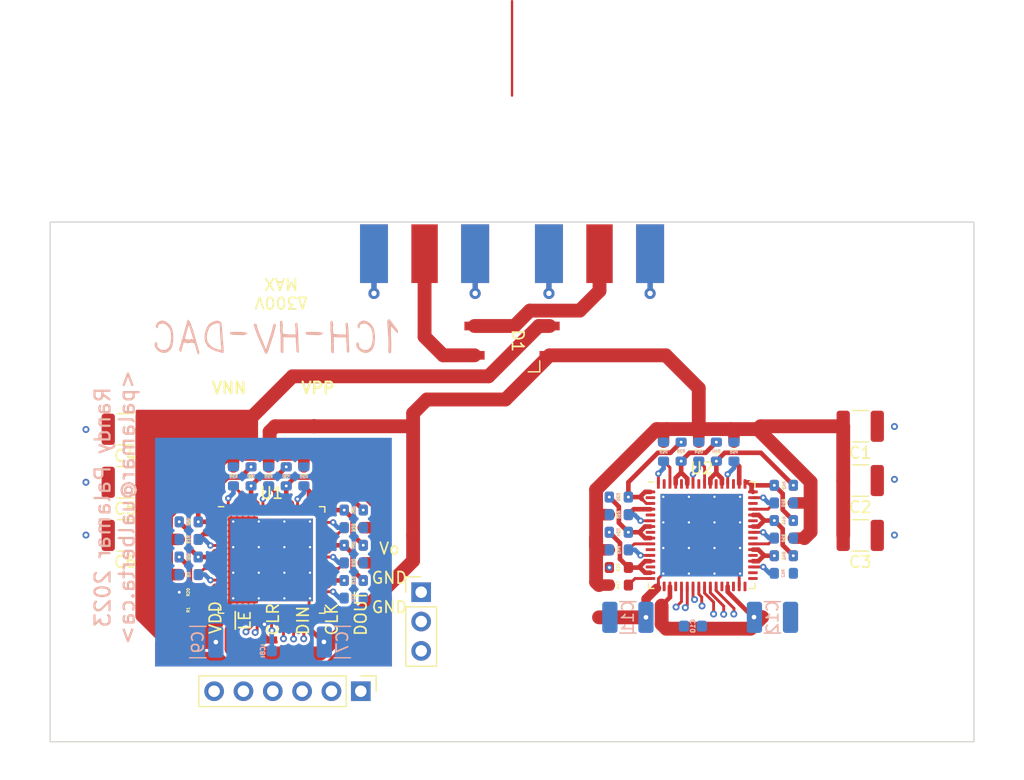
<source format=kicad_pcb>
(kicad_pcb (version 20211014) (generator pcbnew)
  (title_block (title "HVDAC - SPARC Capstone") (rev "01") (company "SPARC Capstone") (comment 1 "Originally by Randy Palamar") (comment 2 "Revised by Kirk Rieberger"))
  (layers (0 "F.Cu" signal) (1 "In1.Cu" signal) (2 "In2.Cu" signal) (31 "B.Cu" signal) (34 "B.Paste" user) (35 "F.Paste" user) (36 "B.SilkS" user "B.Silkscreen") (37 "F.SilkS" user "F.Silkscreen") (38 "B.Mask" user) (39 "F.Mask" user) (44 "Edge.Cuts" user))
  (property "2R" "75kΩ")
  (net 0 "")
  (net 1 "Net-(D1-Pad4)")
  (net 2 "Net-(D1-Pad2)")
  (net 3 "/DOUT_0")
  (net 4 "Net-(R1-Pad1)")
  (net 5 "Net-(R2-Pad2)")
  (net 6 "/CLK_0")
  (net 7 "GND")
  (net 8 "/DIN_0")
  (net 9 "/CLR_0")
  (net 10 "/~{LE_0}")
  (net 11 "/VB7_0")
  (net 12 "/VB7_1")
  (net 13 "/DOUT_1")
  (net 14 "Net-(R3-Pad1)")
  (net 15 "Net-(R23-Pad2)")
  (net 16 "Net-(R24-Pad1)")
  (net 17 "Net-(R25-Pad2)")
  (net 18 "Net-(R26-Pad1)")
  (net 19 "Net-(R27-Pad2)")
  (net 20 "Net-(R28-Pad1)")
  (net 21 "Net-(R29-Pad2)")
  (net 22 "Net-(R30-Pad1)")
  (net 23 "Net-(R31-Pad2)")
  (net 24 "/VPP")
  (net 26 "/VNN")
  (net 47 "/VDD")
  (net 48 "/CLR_1")
  (net 49 "/~{LE_1}")
  (net 50 "Net-(R11-Pad2)")
  (net 51 "Net-(R19-Pad1)")
  (net 52 "Net-(R21-Pad2)")
  (net 53 "Net-(R22-Pad1)")
  (net 54 "/VL")
  (net 55 "/VB0_0")
  (net 56 "/VB1_0")
  (net 57 "/VB2_0")
  (net 58 "/VB3_0")
  (net 59 "/VB4_0")
  (net 60 "/VB5_0")
  (net 61 "/VB6_0")
  (net 62 "/VB2_1")
  (net 64 "Net-(R51-Pad1)")
  (net 66 "Net-(R50-Pad2)")
  (net 67 "/VB1_1")
  (net 69 "Net-(R49-Pad1)")
  (net 71 "Net-(R48-Pad2)")
  (net 72 "/VB0_1")
  (net 74 "Net-(R47-Pad1)")
  (net 77 "/SRi_1")
  (net 78 "/SRc_1")
  (net 84 "Net-(R62-Pad2)")
  (net 86 "Net-(R61-Pad1)")
  (net 88 "Net-(R60-Pad2)")
  (net 89 "/VB6_1")
  (net 91 "Net-(R59-Pad1)")
  (net 93 "Net-(R58-Pad2)")
  (net 94 "/VB5_1")
  (net 95 "Net-(R57-Pad1)")
  (net 97 "Net-(R56-Pad2)")
  (net 98 "/VB4_1")
  (net 100 "Net-(R55-Pad1)")
  (net 102 "Net-(R54-Pad2)")
  (net 103 "/VB3_1")
  (net 105 "Net-(R53-Pad1)")
  (net 107 "Net-(R52-Pad2)")
  (footprint "grad_kicad_foot:R_0603_1608Metric_small_silk" (layer "F.Cu") (at 95.403682 75.1586 180)
    (fp_text reference "R3")
    (fp_text value "${2R}")
  )
  (footprint "grad_kicad_foot:Package_HDS" (layer "F.Cu") (at 123.4 54.9 -90)
    (fp_text reference "D1")
    (fp_text value "D_Bridge_+A-A")
  )
  (footprint "Capacitor_SMD:C_1210_3225Metric" (layer "F.Cu") (at 89.908682 71.763369 180)
    (fp_text reference "C6")
    (fp_text value "0.22uF")
  )
  (footprint "grad_kicad_foot:R_0603_1608Metric_small_silk" (layer "F.Cu") (at 132.647682 71.492031)
    (fp_text reference "R33")
    (fp_text value "${2R}")
  )
  (footprint "Connector_Coaxial:SMA_Molex_73251-1153_EdgeMount_Horizontal" (layer "F.Cu") (at 130.975 49.09 -90)
    (fp_text reference "J2" hide)
    (fp_text value "Conn_Coaxial_Power")
  )
  (footprint "Package_DFN_QFN:VQFN-64-1EP_9x9mm_P0.5mm_EP7.15x7.15mm_ThermalVias" (layer "F.Cu") (at 139.822682 71.746031)
    (fp_text reference "U2")
    (fp_text value "HV2621")
  )
  (footprint "grad_kicad_foot:R_0603_1608Metric_small_silk" (layer "F.Cu") (at 95.408682 78.2086 180)
    (fp_text reference "R1")
    (fp_text value "${2R}")
  )
  (footprint "Capacitor_SMD:C_1210_3225Metric" (layer "F.Cu") (at 89.908682 62.573369 180)
    (fp_text reference "C4")
    (fp_text value "0.22uF")
  )
  (footprint "grad_kicad_foot:R_0603_1608Metric_small_silk" (layer "F.Cu") (at 132.647682 68.444031)
    (fp_text reference "R35")
    (fp_text value "${2R}")
  )
  (footprint "grad_kicad_foot:R_0603_1608Metric_small_silk" (layer "F.Cu") (at 100.800682 66.6536 -90)
    (fp_text reference "R6")
    (fp_text value "${2R}")
  )
  (footprint "grad_kicad_foot:R_0603_1608Metric_small_silk" (layer "F.Cu") (at 105.372682 66.6536 90)
    (fp_text reference "R26")
    (fp_text value "${2R}")
  )
  (footprint "grad_kicad_foot:R_0603_1608Metric_small_silk" (layer "F.Cu") (at 146.934682 72.000031)
    (fp_text reference "R61")
    (fp_text value "${2R}")
  )
  (footprint "MountingHole:MountingHole_2mm" (layer "F.Cu") (at 86.4 86.628769)
    (fp_text reference "REF**" hide)
    (fp_text value "MountingHole_2mm")
  )
  (footprint "grad_kicad_foot:R_0603_1608Metric_small_silk" (layer "F.Cu") (at 109.690682 69.5706 180)
    (fp_text reference "R8")
    (fp_text value "${2R}")
  )
  (footprint "grad_kicad_foot:R_0603_1608Metric_small_silk" (layer "F.Cu") (at 132.647682 73.016031 180)
    (fp_text reference "R49")
    (fp_text value "${2R}")
  )
  (footprint "MountingHole:MountingHole_2mm" (layer "F.Cu") (at 160.4 86.628769)
    (fp_text reference "REF**" hide)
    (fp_text value "MountingHole_2mm")
  )
  (footprint "grad_kicad_foot:R_0603_1608Metric_small_silk" (layer "F.Cu") (at 109.690682 71.0946)
    (fp_text reference "R28")
    (fp_text value "${2R}")
  )
  (footprint "grad_kicad_foot:R_0603_1608Metric_small_silk" (layer "F.Cu") (at 132.652682 76.066031 180)
    (fp_text reference "R47")
    (fp_text value "${2R}")
  )
  (footprint "grad_kicad_foot:R_0603_1608Metric_small_silk" (layer "F.Cu") (at 146.934682 68.952031)
    (fp_text reference "R59")
    (fp_text value "${2R}")
  )
  (footprint "MountingHole:MountingHole_2mm" (layer "F.Cu") (at 86.4 47.628769)
    (fp_text reference "REF**" hide)
    (fp_text value "MountingHole_2mm")
  )
  (footprint "grad_kicad_foot:R_0603_1608Metric_small_silk" (layer "F.Cu") (at 103.848682 66.6536 -90)
    (fp_text reference "R7")
    (fp_text value "${2R}")
  )
  (footprint "grad_kicad_foot:R_0603_1608Metric_small_silk" (layer "F.Cu") (at 141.092682 64.511031 -90)
    (fp_text reference "R39")
    (fp_text value "${2R}")
  )
  (footprint "grad_kicad_foot:R_0603_1608Metric_small_silk" (layer "F.Cu") (at 132.647682 69.968031 180)
    (fp_text reference "R51")
    (fp_text value "${2R}")
  )
  (footprint "Connector_Coaxial:SMA_Molex_73251-1153_EdgeMount_Horizontal" (layer "F.Cu") (at 115.825 49.09 -90)
    (fp_text reference "J1" hide)
    (fp_text value "Conn_Coaxial_Power")
  )
  (footprint "Capacitor_SMD:C_1210_3225Metric" (layer "F.Cu") (at 153.552682 62.313369 180)
    (fp_text reference "C1")
    (fp_text value "0.22uF")
  )
  (footprint "Capacitor_SMD:C_1210_3225Metric" (layer "F.Cu") (at 89.908682 67.163369 180)
    (fp_text reference "C5")
    (fp_text value "0.22uF")
  )
  (footprint "Capacitor_SMD:C_1210_3225Metric" (layer "F.Cu") (at 153.552682 71.763369 180)
    (fp_text reference "C3")
    (fp_text value "0.22uF")
  )
  (footprint "grad_kicad_foot:R_0603_1608Metric_small_silk" (layer "F.Cu") (at 99.276682 66.6536 90)
    (fp_text reference "R22")
    (fp_text value "${2R}")
  )
  (footprint "grad_kicad_foot:R_0603_1608Metric_small_silk" (layer "F.Cu") (at 102.324682 66.6536 90)
    (fp_text reference "R24")
    (fp_text value "${2R}")
  )
  (footprint "grad_kicad_foot:R_0603_1608Metric_small_silk" (layer "F.Cu") (at 142.616682 64.511031 90)
    (fp_text reference "R57")
    (fp_text value "${2R}")
  )
  (footprint "grad_kicad_foot:R_0603_1608Metric_small_silk" (layer "F.Cu") (at 95.408682 76.6846 180)
    (fp_text reference "R20")
    (fp_text value "${2R}")
  )
  (footprint "grad_kicad_foot:R_0603_1608Metric_small_silk" (layer "F.Cu") (at 139.568682 64.511031 90)
    (fp_text reference "R55")
    (fp_text value "${2R}")
  )
  (footprint "grad_kicad_foot:R_0603_1608Metric_small_silk" (layer "F.Cu") (at 95.403682 73.6346)
    (fp_text reference "R4")
    (fp_text value "${2R}")
  )
  (footprint "grad_kicad_foot:R_0603_1608Metric_small_silk" (layer "F.Cu") (at 136.520682 64.511031 90)
    (fp_text reference "R53")
    (fp_text value "${2R}")
  )
  (footprint "grad_kicad_foot:R_0603_1608Metric_small_silk" (layer "F.Cu") (at 109.690682 74.1426)
    (fp_text reference "R30")
    (fp_text value "${2R}")
  )
  (footprint "grad_kicad_foot:R_0603_1608Metric_small_silk" (layer "F.Cu") (at 95.403682 72.1106 180)
    (fp_text reference "R19")
    (fp_text value "${2R}")
  )
  (footprint "grad_kicad_foot:R_0603_1608Metric_small_silk" (layer "F.Cu") (at 146.934682 73.524031 180)
    (fp_text reference "R45")
    (fp_text value "${2R}")
  )
  (footprint "Package_DFN_QFN:VQFN-64-1EP_9x9mm_P0.5mm_EP7.15x7.15mm_ThermalVias" (layer "F.Cu") (at 102.578682 73.8886)
    (fp_text reference "U1")
    (fp_text value "HV2621")
  )
  (footprint "Connector_PinHeader_2.54mm:PinHeader_1x03_P2.54mm_Vertical" (layer "F.Cu") (at 115.532682 76.6826)
    (fp_text reference "J4" hide)
    (fp_text value "Conn_01x03_Female")
  )
  (footprint "grad_kicad_foot:R_0603_1608Metric_small_silk" (layer "F.Cu") (at 138.044682 64.511031 -90)
    (fp_text reference "R37")
    (fp_text value "${2R}")
  )
  (footprint "grad_kicad_foot:R_0603_1608Metric_small_silk" (layer "F.Cu") (at 95.403682 70.5866)
    (fp_text reference "R5")
    (fp_text value "${2R}")
  )
  (footprint "Connector_PinHeader_2.54mm:PinHeader_1x06_P2.54mm_Vertical" (layer "F.Cu") (at 110.302682 85.256769 -90)
    (fp_text reference "J3" hide)
    (fp_text value "Conn_01x06_Female")
  )
  (footprint "Capacitor_SMD:C_1210_3225Metric" (layer "F.Cu") (at 153.552682 67.013369 180)
    (fp_text reference "C2")
    (fp_text value "0.22uF")
  )
  (footprint "grad_kicad_foot:R_0603_1608Metric_small_silk" (layer "F.Cu") (at 109.690682 72.6186 180)
    (fp_text reference "R9")
    (fp_text value "${2R}")
  )
  (footprint "MountingHole:MountingHole_2mm" (layer "F.Cu") (at 160.4 47.628769)
    (fp_text reference "REF**" hide)
    (fp_text value "MountingHole_2mm")
  )
  (footprint "grad_kicad_foot:R_0603_1608Metric_small_silk" (layer "F.Cu") (at 146.934682 67.428031 180)
    (fp_text reference "R41")
    (fp_text value "${2R}")
  )
  (footprint "grad_kicad_foot:R_0603_1608Metric_small_silk" (layer "F.Cu") (at 146.934682 70.476031 180)
    (fp_text reference "R43")
    (fp_text value "${2R}")
  )
  (footprint "grad_kicad_foot:R_0603_1608Metric_small_silk" (layer "F.Cu") (at 109.690682 75.6666 180)
    (fp_text reference "R10")
    (fp_text value "${2R}")
  )
  (footprint "grad_kicad_foot:R_0603_1608Metric_small_silk" (layer "F.Cu") (at 132.652682 74.542031 180)
    (fp_text reference "R32")
    (fp_text value "${2R}")
  )
  (footprint "grad_kicad_foot:R_0603_1608Metric_small_silk" (layer "B.Cu") (at 136.520682 64.511031 -90)
    (fp_text reference "R52")
    (fp_text value "${2R}")
  )
  (footprint "Capacitor_SMD:C_1210_3225Metric_Pad1.33x2.70mm_HandSolder" (layer "B.Cu") (at 96.190182 81.0006)
    (fp_text reference "C9")
    (fp_text value "0.1uF")
  )
  (footprint "Capacitor_SMD:C_1210_3225Metric_Pad1.33x2.70mm_HandSolder" (layer "B.Cu") (at 108.708682 81.0006 180)
    (fp_text reference "C7")
    (fp_text value "0.1uF")
  )
  (footprint "grad_kicad_foot:R_0603_1608Metric_small_silk" (layer "B.Cu") (at 109.690682 77.1906 180)
    (fp_text reference "R31")
    (fp_text value "${2R}")
  )
  (footprint "grad_kicad_foot:R_0603_1608Metric_small_silk" (layer "B.Cu") (at 146.934682 75.048031 180)
    (fp_text reference "R62")
    (fp_text value "${2R}")
  )
  (footprint "grad_kicad_foot:R_0603_1608Metric_small_silk" (layer "B.Cu") (at 132.647682 68.444031 180)
    (fp_text reference "R36")
    (fp_text value "${2R}")
  )
  (footprint "kibuzzard-63A22B4E" (layer "B.Cu") (at 103 54.528769 180)
    (fp_text reference "kibuzzard-63A22B4E" hide)
    (fp_text value "G***" hide)
  )
  (footprint "grad_kicad_foot:R_0603_1608Metric_small_silk" (layer "B.Cu") (at 146.934682 73.524031)
    (fp_text reference "R46")
    (fp_text value "${2R}")
  )
  (footprint "Capacitor_SMD:C_1210_3225Metric_Pad1.33x2.70mm_HandSolder" (layer "B.Cu") (at 133.434182 78.858031)
    (fp_text reference "C11")
    (fp_text value "0.1uF")
  )
  (footprint "grad_kicad_foot:R_0603_1608Metric_small_silk" (layer "B.Cu") (at 100.800682 66.6536 90)
    (fp_text reference "R14")
    (fp_text value "${2R}")
  )
  (footprint "grad_kicad_foot:R_0603_1608Metric_small_silk" (layer "B.Cu") (at 95.403682 70.5866 180)
    (fp_text reference "R13")
    (fp_text value "${2R}")
  )
  (footprint "Capacitor_SMD:C_0603_1608Metric" (layer "B.Cu") (at 101.816682 81.7626 180)
    (fp_text reference "C8")
    (fp_text value "1uF")
  )
  (footprint "grad_kicad_foot:R_0603_1608Metric_small_silk" (layer "B.Cu") (at 138.044682 64.511031 90)
    (fp_text reference "R38")
    (fp_text value "${2R}")
  )
  (footprint "Capacitor_SMD:C_1210_3225Metric_Pad1.33x2.70mm_HandSolder" (layer "B.Cu") (at 145.952682 78.858031 180)
    (fp_text reference "C12")
    (fp_text value "0.1uF")
  )
  (footprint "grad_kicad_foot:R_0603_1608Metric_small_silk" (layer "B.Cu") (at 132.647682 71.492031 180)
    (fp_text reference "R34")
    (fp_text value "${2R}")
  )
  (footprint "grad_kicad_foot:R_0603_1608Metric_small_silk" (layer "B.Cu") (at 102.324682 66.6536 -90)
    (fp_text reference "R23")
    (fp_text value "${2R}")
  )
  (footprint "grad_kicad_foot:R_0603_1608Metric_small_silk" (layer "B.Cu") (at 141.092682 64.511031 90)
    (fp_text reference "R40")
    (fp_text value "${2R}")
  )
  (footprint "grad_kicad_foot:R_0603_1608Metric_small_silk" (layer "B.Cu") (at 109.690682 74.1426 180)
    (fp_text reference "R29")
    (fp_text value "${2R}")
  )
  (footprint "grad_kicad_foot:R_0603_1608Metric_small_silk" (layer "B.Cu") (at 146.934682 68.952031 180)
    (fp_text reference "R58")
    (fp_text value "${2R}")
  )
  (footprint "grad_kicad_foot:R_0603_1608Metric_small_silk" (layer "B.Cu") (at 99.276682 66.6536 -90)
    (fp_text reference "R21")
    (fp_text value "${2R}")
  )
  (footprint "grad_kicad_foot:R_0603_1608Metric_small_silk" (layer "B.Cu") (at 95.403682 75.1586)
    (fp_text reference "R2")
    (fp_text value "${2R}")
  )
  (footprint "grad_kicad_foot:R_0603_1608Metric_small_silk" (layer "B.Cu") (at 95.403682 72.1106)
    (fp_text reference "R11")
    (fp_text value "${2R}")
  )
  (footprint "grad_kicad_foot:R_0603_1608Metric_small_silk" (layer "B.Cu") (at 146.934682 72.000031 180)
    (fp_text reference "R60")
    (fp_text value "${2R}")
  )
  (footprint "Capacitor_SMD:C_0603_1608Metric" (layer "B.Cu") (at 139.060682 79.620031 180)
    (fp_text reference "C10")
    (fp_text value "1uF")
  )
  (footprint "grad_kicad_foot:R_0603_1608Metric_small_silk" (layer "B.Cu") (at 109.690682 69.5706)
    (fp_text reference "R16")
    (fp_text value "${2R}")
  )
  (footprint "grad_kicad_foot:R_0603_1608Metric_small_silk" (layer "B.Cu") (at 105.372682 66.6536 -90)
    (fp_text reference "R25")
    (fp_text value "${2R}")
  )
  (footprint "grad_kicad_foot:R_0603_1608Metric_small_silk" (layer "B.Cu") (at 109.690682 72.6186)
    (fp_text reference "R17")
    (fp_text value "${2R}")
  )
  (footprint "grad_kicad_foot:R_0603_1608Metric_small_silk" (layer "B.Cu") (at 103.848682 66.6536 90)
    (fp_text reference "R15")
    (fp_text value "${2R}")
  )
  (footprint "grad_kicad_foot:R_0603_1608Metric_small_silk" (layer "B.Cu") (at 95.403682 73.6346 180)
    (fp_text reference "R12")
    (fp_text value "${2R}")
  )
  (footprint "grad_kicad_foot:R_0603_1608Metric_small_silk" (layer "B.Cu") (at 109.690682 71.0946 180)
    (fp_text reference "R27")
    (fp_text value "${2R}")
  )
  (footprint "grad_kicad_foot:R_0603_1608Metric_small_silk" (layer "B.Cu") (at 109.690682 75.6666)
    (fp_text reference "R18")
    (fp_text value "${2R}")
  )
  (footprint "grad_kicad_foot:R_0603_1608Metric_small_silk" (layer "B.Cu") (at 142.616682 64.511031 -90)
    (fp_text reference "R56")
    (fp_text value "${2R}")
  )
  (footprint "grad_kicad_foot:R_0603_1608Metric_small_silk" (layer "B.Cu") (at 132.647682 69.968031)
    (fp_text reference "R50")
    (fp_text value "${2R}")
  )
  (footprint "grad_kicad_foot:R_0603_1608Metric_small_silk" (layer "B.Cu") (at 139.568682 64.511031 -90)
    (fp_text reference "R54")
    (fp_text value "${2R}")
  )
  (footprint "grad_kicad_foot:R_0603_1608Metric_small_silk" (layer "B.Cu") (at 146.934682 70.476031)
    (fp_text reference "R44")
    (fp_text value "${2R}")
  )
  (footprint "grad_kicad_foot:R_0603_1608Metric_small_silk" (layer "B.Cu") (at 132.647682 73.016031)
    (fp_text reference "R48")
    (fp_text value "${2R}")
  )
  (footprint "grad_kicad_foot:R_0603_1608Metric_small_silk" (layer "B.Cu") (at 146.934682 67.428031)
    (fp_text reference "R42")
    (fp_text value "${2R}")
  )
  (gr_line (start 123.4 25.5016) (end 123.4 33.6804) (layer "F.Cu") (width 0.2))
  (gr_rect (start 83.4 44.628769) (end 163.4 89.628769) (layer "Edge.Cuts") (width 0.1) (fill none))
  (gr_text "Randy Palamar 2023\n<palamar@ualberta.ca>" (at 89 69.328769 90) (layer "B.SilkS") (effects (font (size 1.3 1.3) (thickness 0.2)) (justify mirror)))
  (gr_text "GND" (at 112.776 75.438) (layer "F.SilkS") (effects (font (size 1 1))))
  (gr_text "Vo" (at 112.776 72.898) (layer "F.SilkS") (effects (font (size 1 1))))
  (gr_text "CLK" (at 107.8 79.028769 90) (layer "F.SilkS") (effects (font (size 1 1))))
  (gr_text "Δ300V\nMAX" (at 103.4 50.8 180) (layer "F.SilkS") (effects (font (size 1 1))))
  (gr_text "VNN" (at 98.9 59) (layer "F.SilkS") (effects (font (size 1 1) (thickness 0.2))))
  (gr_text "DIN" (at 105.3 79.128769 90) (layer "F.SilkS") (effects (font (size 1 1))))
  (gr_text "VPP" (at 106.6 59) (layer "F.SilkS") (effects (font (size 1 1) (thickness 0.2))))
  (gr_text "GND" (at 112.776 77.978) (layer "F.SilkS") (effects (font (size 1 1))))
  (gr_text "~{LE}" (at 100.256 79.126769 90) (layer "F.SilkS") (effects (font (size 1 1))))
  (gr_text "CLR" (at 102.7 79.028769 90) (layer "F.SilkS") (effects (font (size 1 1))))
  (gr_text "DOUT\n" (at 110.3 78.528769 90) (layer "F.SilkS") (effects (font (size 1 1))))
  (gr_text "VDD" (at 97.716 78.872769 90) (layer "F.SilkS") (effects (font (size 1 1))))
  (segment (start 129.2606 52.2986) (end 130.975 50.5842) (width 1.2) (layer "F.Cu") (net 1))
  (segment (start 130.975 50.5842) (end 130.975 47.37) (width 1.2) (layer "F.Cu") (net 1))
  (segment (start 124.9426 52.2986) (end 129.2606 52.2986) (width 1.2) (layer "F.Cu") (net 1))
  (segment (start 123.6112 53.63) (end 124.9426 52.2986) (width 1.2) (layer "F.Cu") (net 1))
  (segment (start 120.15 53.63) (end 123.6112 53.63) (width 1.2) (layer "F.Cu") (net 1))
  (segment (start 115.825 47.37) (end 115.825 54.5602) (width 1.2) (layer "F.Cu") (net 2))
  (segment (start 117.4348 56.17) (end 120.15 56.17) (width 1.2) (layer "F.Cu") (net 2))
  (segment (start 115.825 54.5602) (end 117.4348 56.17) (width 1.2) (layer "F.Cu") (net 2))
  (segment (start 105.372682 80.699369) (end 105.358682 80.713369) (width 0.25) (layer "F.Cu") (net 3))
  (segment (start 105.372682 80.22737) (end 105.372682 80.699369) (width 0.25) (layer "F.Cu") (net 3))
  (segment (start 103.828682 78.3261) (end 103.828682 78.68337) (width 0.25) (layer "F.Cu") (net 3))
  (segment (start 103.828682 78.68337) (end 105.372682 80.22737) (width 0.25) (layer "F.Cu") (net 3))
  (via (at 105.358682 80.713369) (size 0.6) (drill 0.3) (layers "F.Cu" "B.Cu") (net 3))
  (segment (start 98.141182 77.6386) (end 96.803682 77.6386) (width 0.25) (layer "F.Cu") (net 4))
  (segment (start 96.803682 77.6386) (end 96.233682 78.2086) (width 0.25) (layer "F.Cu") (net 4))
  (segment (start 98.141182 75.6386) (end 97.280682 75.6386) (width 0.25) (layer "F.Cu") (net 5))
  (via (at 97.280682 75.6386) (size 0.55) (drill 0.25) (layers "F.Cu" "B.Cu") (net 5))
  (segment (start 96.800682 75.1586) (end 97.280682 75.6386) (width 0.4) (layer "B.Cu") (net 5))
  (segment (start 96.545682 75.1586) (end 96.800682 75.1586) (width 0.4) (layer "B.Cu") (net 5))
  (segment (start 103.328682 78.872148) (end 104.483682 80.027148) (width 0.25) (layer "F.Cu") (net 6))
  (segment (start 104.483682 80.027148) (end 104.483682 80.733369) (width 0.25) (layer "F.Cu") (net 6))
  (segment (start 103.328682 78.3261) (end 103.328682 78.872148) (width 0.25) (layer "F.Cu") (net 6))
  (via (at 104.483682 80.733369) (size 0.6) (drill 0.3) (layers "F.Cu" "B.Cu") (net 6))
  (segment (start 139.072682 77.1908) (end 139.202682 77.3208) (width 0.25) (layer "F.Cu") (net 7))
  (segment (start 110.936 47.4726) (end 110.936 48.452) (width 1.2) (layer "F.Cu") (net 7))
  (segment (start 101.828682 78.3261) (end 101.828682 79.333369) (width 0.25) (layer "F.Cu") (net 7))
  (segment (start 101.828682 79.333369) (end 101.958682 79.463369) (width 0.25) (layer "F.Cu") (net 7))
  (segment (start 139.072682 76.183531) (end 139.072682 77.1908) (width 0.25) (layer "F.Cu") (net 7))
  (segment (start 110.936 48.452) (end 110.9472 48.4632) (width 1.2) (layer "F.Cu") (net 7))
  (via (at 86.502682 71.735369) (size 0.6) (drill 0.3) (layers "F.Cu" "B.Cu") (net 7))
  (via (at 156.513682 71.735369) (size 0.6) (drill 0.3) (layers "F.Cu" "B.Cu") (net 7))
  (via (at 131.827682 74.542031) (size 0.55) (drill 0.25) (layers "F.Cu" "B.Cu") (net 7))
  (via (at 86.502682 67.163369) (size 0.6) (drill 0.3) (layers "F.Cu" "B.Cu") (net 7))
  (via (at 156.513682 62.337369) (size 0.6) (drill 0.3) (layers "F.Cu" "B.Cu") (net 7))
  (via (at 101.958682 79.463369) (size 0.6) (drill 0.3) (layers "F.Cu" "B.Cu") (net 7))
  (via (at 156.513682 66.909369) (size 0.6) (drill 0.3) (layers "F.Cu" "B.Cu") (net 7))
  (via (at 86.502682 62.591369) (size 0.6) (drill 0.3) (layers "F.Cu" "B.Cu") (net 7))
  (via (at 94.583682 76.6846) (size 0.55) (drill 0.25) (layers "F.Cu" "B.Cu") (net 7))
  (via (at 139.202682 77.3208) (size 0.6) (drill 0.3) (layers "F.Cu" "B.Cu") (net 7))
  (segment (start 102.828682 78.3261) (end 102.828682 78.9046) (width 0.25) (layer "F.Cu") (net 8))
  (segment (start 103.608682 79.6846) (end 103.608682 80.713369) (width 0.25) (layer "F.Cu") (net 8))
  (segment (start 102.828682 78.9046) (end 103.608682 79.6846) (width 0.25) (layer "F.Cu") (net 8))
  (via (at 103.608682 80.713369) (size 0.6) (drill 0.3) (layers "F.Cu" "B.Cu") (net 8))
  (segment (start 100.828682 78.3261) (end 100.828682 79.643369) (width 0.25) (layer "F.Cu") (net 9))
  (segment (start 100.828682 79.643369) (end 100.358682 80.113369) (width 0.25) (layer "F.Cu") (net 9))
  (via (at 100.358682 80.113369) (size 0.6) (drill 0.3) (layers "F.Cu" "B.Cu") (net 9))
  (segment (start 101.328682 78.3261) (end 101.328682 79.993369) (width 0.25) (layer "F.Cu") (net 10))
  (segment (start 101.328682 79.993369) (end 101.158682 80.163369) (width 0.25) (layer "F.Cu") (net 10))
  (via (at 101.158682 80.163369) (size 0.6) (drill 0.3) (layers "F.Cu" "B.Cu") (net 10))
  (segment (start 108.865682 75.6666) (end 107.951518 75.6666) (width 0.4) (layer "F.Cu") (net 11))
  (segment (start 107.951518 75.6106) (end 107.479518 75.1386) (width 0.4) (layer "F.Cu") (net 11))
  (segment (start 107.951518 75.6666) (end 107.951518 75.6106) (width 0.4) (layer "F.Cu") (net 11))
  (segment (start 107.479518 76.1386) (end 107.016182 76.1386) (width 0.4) (layer "F.Cu") (net 11))
  (segment (start 107.479518 75.1386) (end 107.016182 75.1386) (width 0.4) (layer "F.Cu") (net 11))
  (segment (start 107.951518 75.6666) (end 107.479518 76.1386) (width 0.4) (layer "F.Cu") (net 11))
  (via (at 108.865682 75.6666) (size 0.55) (drill 0.25) (layers "F.Cu" "B.Cu") (net 11))
  (segment (start 146.109682 73.524031) (end 145.195518 73.524031) (width 0.4) (layer "F.Cu") (net 12))
  (segment (start 145.195518 73.524031) (end 145.195518 73.468031) (width 0.4) (layer "F.Cu") (net 12))
  (segment (start 145.195518 73.468031) (end 144.723518 72.996031) (width 0.4) (layer "F.Cu") (net 12))
  (segment (start 144.723518 73.996031) (end 144.260182 73.996031) (width 0.4) (layer "F.Cu") (net 12))
  (segment (start 144.723518 72.996031) (end 144.260182 72.996031) (width 0.4) (layer "F.Cu") (net 12))
  (segment (start 145.195518 73.524031) (end 144.723518 73.996031) (width 0.4) (layer "F.Cu") (net 12))
  (via (at 146.109682 73.524031) (size 0.55) (drill 0.25) (layers "F.Cu" "B.Cu") (net 12))
  (segment (start 141.072682 76.183531) (end 141.072682 76.540801) (width 0.25) (layer "F.Cu") (net 13))
  (segment (start 142.616682 78.5568) (end 142.602682 78.5708) (width 0.25) (layer "F.Cu") (net 13))
  (segment (start 142.616682 78.084801) (end 142.616682 78.5568) (width 0.25) (layer "F.Cu") (net 13))
  (segment (start 141.072682 76.540801) (end 142.616682 78.084801) (width 0.25) (layer "F.Cu") (net 13))
  (via (at 142.602682 78.5708) (size 0.6) (drill 0.3) (layers "F.Cu" "B.Cu") (net 13))
  (segment (start 96.748682 74.6386) (end 96.228682 75.1586) (width 0.25) (layer "F.Cu") (net 14))
  (segment (start 98.141182 74.6386) (end 96.748682 74.6386) (width 0.25) (layer "F.Cu") (net 14))
  (segment (start 101.828682 69.4511) (end 101.828682 68.6146) (width 0.25) (layer "F.Cu") (net 15))
  (via (at 101.828682 68.6146) (size 0.55) (drill 0.25) (layers "F.Cu" "B.Cu") (net 15))
  (segment (start 102.324682 67.4786) (end 102.324682 68.1186) (width 0.4) (layer "B.Cu") (net 15))
  (segment (start 102.324682 68.1186) (end 101.828682 68.6146) (width 0.4) (layer "B.Cu") (net 15))
  (segment (start 102.828682 69.4511) (end 102.828682 67.9826) (width 0.25) (layer "F.Cu") (net 16))
  (segment (start 102.828682 67.9826) (end 102.324682 67.4786) (width 0.25) (layer "F.Cu") (net 16))
  (segment (start 104.828682 69.4511) (end 104.828682 68.6146) (width 0.25) (layer "F.Cu") (net 17))
  (via (at 104.828682 68.6146) (size 0.55) (drill 0.25) (layers "F.Cu" "B.Cu") (net 17))
  (segment (start 105.372682 67.4786) (end 105.372682 68.0706) (width 0.4) (layer "B.Cu") (net 17))
  (segment (start 105.372682 68.0706) (end 104.828682 68.6146) (width 0.4) (layer "B.Cu") (net 17))
  (segment (start 105.828682 69.4511) (end 105.828682 67.9346) (width 0.4) (layer "F.Cu") (net 18))
  (segment (start 105.828682 67.9346) (end 105.372682 67.4786) (width 0.4) (layer "F.Cu") (net 18))
  (segment (start 107.016182 70.6386) (end 107.860682 70.6386) (width 0.25) (layer "F.Cu") (net 19))
  (via (at 107.908682 70.6386) (size 0.55) (drill 0.25) (layers "F.Cu" "B.Cu") (net 19))
  (segment (start 108.865682 71.0946) (end 108.316682 71.0946) (width 0.4) (layer "B.Cu") (net 19))
  (segment (start 108.316682 71.0946) (end 107.860682 70.6386) (width 0.4) (layer "B.Cu") (net 19))
  (segment (start 107.016182 71.6386) (end 108.321682 71.6386) (width 0.25) (layer "F.Cu") (net 20))
  (segment (start 108.321682 71.6386) (end 108.865682 71.0946) (width 0.25) (layer "F.Cu") (net 20))
  (segment (start 107.016182 73.6386) (end 107.908682 73.6386) (width 0.25) (layer "F.Cu") (net 21))
  (via (at 107.908682 73.6386) (size 0.55) (drill 0.25) (layers "F.Cu" "B.Cu") (net 21))
  (segment (start 108.865682 74.1426) (end 108.412682 74.1426) (width 0.4) (layer "B.Cu") (net 21))
  (segment (start 108.412682 74.1426) (end 107.908682 73.6386) (width 0.4) (layer "B.Cu") (net 21))
  (segment (start 107.016182 74.6386) (end 108.369682 74.6386) (width 0.25) (layer "F.Cu") (net 22))
  (segment (start 108.369682 74.6386) (end 108.865682 74.1426) (width 0.25) (layer "F.Cu") (net 22))
  (segment (start 107.016182 76.6386) (end 107.956682 76.6386) (width 0.25) (layer "F.Cu") (net 23))
  (via (at 107.908682 76.6386) (size 0.55) (drill 0.25) (layers "F.Cu" "B.Cu") (net 23))
  (segment (start 108.865682 77.1906) (end 108.460682 77.1906) (width 0.4) (layer "B.Cu") (net 23))
  (segment (start 108.460682 77.1906) (end 107.908682 76.6386) (width 0.4) (layer "B.Cu") (net 23))
  (segment (start 136.352682 79.442031) (end 136.352682 77.842031) (width 1.2) (layer "F.Cu") (net 24))
  (segment (start 112.008682 73.6026) (end 111.468682 74.1426) (width 1.2) (layer "F.Cu") (net 24))
  (segment (start 152.077682 62.313369) (end 144.92232 62.313369) (width 1.2) (layer "F.Cu") (net 24))
  (segment (start 142.072682 76.646867) (end 144.267846 78.842031) (width 0.4) (layer "F.Cu") (net 24))
  (segment (start 94.583682 78.2086) (end 93.690682 78.2086) (width 1) (layer "F.Cu") (net 24))
  (segment (start 139.271682 62.559031) (end 136.817682 62.559031) (width 1.2) (layer "F.Cu") (net 24))
  (segment (start 107.808682 80.9846) (end 107.208682 80.9846) (width 1.2) (layer "F.Cu") (net 24))
  (segment (start 142.616682 62.856031) (end 142.319682 62.559031) (width 1) (layer "F.Cu") (net 24))
  (segment (start 137.072682 77.122031) (end 136.352682 77.842031) (width 0.4) (layer "F.Cu") (net 24))
  (segment (start 142.072682 76.183531) (end 142.072682 76.540801) (width 0.25) (layer "F.Cu") (net 24))
  (segment (start 99.276682 64.9986) (end 99.573682 64.7016) (width 1) (layer "F.Cu") (net 24))
  (segment (start 105.075682 64.7016) (end 102.027682 64.7016) (width 1.2) (layer "F.Cu") (net 24))
  (segment (start 142.616682 63.686031) (end 142.616682 62.856031) (width 1) (layer "F.Cu") (net 24))
  (segment (start 114.833682 62.313369) (end 106.237451 62.313369) (width 1.2) (layer "F.Cu") (net 24))
  (segment (start 93.434682 69.944624) (end 93.434682 74.9046) (width 1.2) (layer "F.Cu") (net 24))
  (segment (start 114.833682 62.313369) (end 114.833682 61.188318) (width 1.2) (layer "F.Cu") (net 24))
  (segment (start 122.8252 59.9948) (end 126.65 56.17) (width 1.2) (layer "F.Cu") (net 24))
  (segment (start 93.434682 74.1426) (end 93.434682 77.9526) (width 1.2) (layer "F.Cu") (net 24))
  (segment (start 93.434682 74.1426) (end 93.434682 74.9046) (width 1.2) (layer "F.Cu") (net 24))
  (segment (start 104.828682 78.789436) (end 107.023846 80.9846) (width 0.4) (layer "F.Cu") (net 24))
  (segment (start 149.252682 67.135055) (end 149.252682 71.1708) (width 1.2) (layer "F.Cu") (net 24))
  (segment (start 94.578682 75.1586) (end 93.688682 75.1586) (width 1) (layer "F.Cu") (net 24))
  (segment (start 136.7134 56.17) (end 139.568682 59.025282) (width 1.2) (layer "F.Cu") (net 24))
  (segment (start 130.678682 72.000031) (end 130.678682 72.762031) (width 1.2) (layer "F.Cu") (net 24))
  (segment (start 136.520682 62.856031) (end 136.817682 62.559031) (width 1) (layer "F.Cu") (net 24))
  (segment (start 114.833682 71.763369) (end 114.833682 73.9596) (width 1.2) (layer "F.Cu") (net 24))
  (segment (start 93.688682 75.1586) (end 93.434682 74.9046) (width 1) (layer "F.Cu") (net 24))
  (segment (start 136.752682 79.842031) (end 136.352682 79.442031) (width 1.2) (layer "F.Cu") (net 24))
  (segment (start 131.827682 76.066031) (end 130.934682 76.066031) (width 1) (layer "F.Cu") (net 24))
  (segment (start 99.276682 65.8286) (end 99.276682 64.9986) (width 1) (layer "F.Cu") (net 24))
  (segment (start 136.817682 62.559031) (end 135.921706 62.559031) (width 1.2) (layer "F.Cu") (net 24))
  (segment (start 99.108682 81.5846) (end 99.108682 79.9846) (width 1.2) (layer "F.Cu") (net 24))
  (segment (start 110.515682 74.1426) (end 111.468682 74.1426) (width 1) (layer "F.Cu") (net 24))
  (segment (start 107.108682 80.9846) (end 107.208682 80.9846) (width 0.4) (layer "F.Cu") (net 24))
  (segment (start 131.822682 73.016031) (end 130.932682 73.016031) (width 1) (layer "F.Cu") (net 24))
  (segment (start 94.578682 72.1106) (end 93.688682 72.1106) (width 1) (layer "F.Cu") (net 24))
  (segment (start 131.822682 69.968031) (end 130.932682 69.968031) (width 1) (layer "F.Cu") (net 24))
  (segment (start 102.324682 65.8286) (end 102.324682 64.9986) (width 1) (layer "F.Cu") (net 24))
  (segment (start 104.828682 78.3261) (end 104.828682 78.68337) (width 0.25) (layer "F.Cu") (net 24))
  (segment (start 126.65 56.17) (end 136.7134 56.17) (width 1.2) (layer "F.Cu") (net 24))
  (segment (start 105.372682 64.9986) (end 105.075682 64.7016) (width 1) (layer "F.Cu") (net 24))
  (segment (start 102.027682 64.7016) (end 99.573682 64.7016) (width 1.2) (layer "F.Cu") (net 24))
  (segment (start 145.052682 78.842031) (end 144.452682 78.842031) (width 1.2) (layer "F.Cu") (net 24))
  (segment (start 152.077682 67.013369) (end 152.077682 62.313369) (width 1.2) (layer "F.Cu") (net 24))
  (segment (start 112.008682 73.313369) (end 112.008682 73.6026) (width 1.2) (layer "F.Cu") (net 24))
  (segment (start 152.077682 71.763369) (end 152.077682 67.013369) (width 1.2) (layer "F.Cu") (net 24))
  (segment (start 102.408682 64.3206) (end 102.408682 62.7846) (width 1.2) (layer "F.Cu") (net 24))
  (segment (start 139.568682 59.025282) (end 139.568682 62.856031) (width 1.2) (layer "F.Cu") (net 24))
  (segment (start 135.921706 62.559031) (end 130.678682 67.802055) (width 1.2) (layer "F.Cu") (net 24))
  (segment (start 147.759682 72.000031) (end 148.712682 72.000031) (width 1) (layer "F.Cu") (net 24))
  (segment (start 149.252682 71.460031) (end 148.712682 72.000031) (width 1.2) (layer "F.Cu") (net 24))
  (segment (start 142.072682 76.183531) (end 142.072682 76.646867) (width 0.4) (layer "F.Cu") (net 24))
  (segment (start 106.237451 62.313369) (end 102.879913 62.313369) (width 1.2) (layer "F.Cu") (net 24))
  (segment (start 105.372682 65.8286) (end 105.372682 64.9986) (width 1) (layer "F.Cu") (net 24))
  (segment (start 130.678682 67.802055) (end 130.678682 72.762031) (width 1.2) (layer "F.Cu") (net 24))
  (segment (start 104.828682 78.3261) (end 104.828682 78.789436) (width 0.4) (layer "F.Cu") (net 24))
  (segment (start 106.237451 62.313369) (end 106.258682 62.292138) (width 1.2) (layer "F.Cu") (net 24))
  (segment (start 130.934682 76.066031) (end 130.932682 76.064031) (width 1) (layer "F.Cu") (net 24))
  (segment (start 144.352682 78.842031) (end 144.452682 78.842031) (width 0.4) (layer "F.Cu") (net 24))
  (segment (start 99.508682 81.9846) (end 99.108682 81.5846) (width 1.2) (layer "F.Cu") (net 24))
  (segment (start 130.678682 72.000031) (end 130.678682 75.810031) (width 1.2) (layer "F.Cu") (net 24))
  (segment (start 102.879913 62.313369) (end 102.408682 62.7846) (width 1.2) (layer "F.Cu") (net 24))
  (segment (start 93.434682 77.9526) (end 93.688682 78.2066) (width 1.2) (layer "F.Cu") (net 24))
  (segment (start 110.515682 71.0946) (end 111.468682 71.0946) (width 1) (layer "F.Cu") (net 24))
  (segment (start 114.833682 61.188318) (end 116.0272 59.9948) (width 1.2) (layer "F.Cu") (net 24))
  (segment (start 112.008682 69.277624) (end 112.008682 73.313369) (width 1.2) (layer "F.Cu") (net 24))
  (segment (start 130.932682 73.016031) (end 130.678682 72.762031) (width 1) (layer "F.Cu") (net 24))
  (segment (start 99.828682 78.3261) (end 99.828682 79.2646) (width 0.4) (layer "F.Cu") (net 24))
  (segment (start 144.676658 62.559031) (end 149.252682 67.135055) (width 1.2) (layer "F.Cu") (net 24))
  (segment (start 142.319682 62.559031) (end 139.271682 62.559031) (width 1.2) (layer "F.Cu") (net 24))
  (segment (start 147.759682 68.952031) (end 148.712682 68.952031) (width 1) (layer "F.Cu") (net 24))
  (segment (start 139.568682 63.686031) (end 139.568682 62.856031) (width 1) (layer "F.Cu") (net 24))
  (segment (start 149.252682 71.1708) (end 149.252682 71.460031) (width 1.2) (layer "F.Cu") (net 24))
  (segment (start 99.828682 79.2646) (end 99.108682 79.9846) (width 0.4) (layer "F.Cu") (net 24))
  (segment (start 142.319682 62.559031) (end 144.676658 62.559031) (width 1.2) (layer "F.Cu") (net 24))
  (segment (start 116.0272 59.9948) (end 122.8252 59.9948) (width 1.2) (layer "F.Cu") (net 24))
  (segment (start 107.808682 80.9846) (end 106.808682 81.9846) (width 1.2) (layer "F.Cu") (net 24))
  (segment (start 106.808682 81.9846) (end 99.508682 81.9846) (width 1.2) (layer "F.Cu") (net 24))
  (segment (start 105.075682 64.7016) (end 107.432658 64.7016) (width 1.2) (layer "F.Cu") (net 24))
  (segment (start 107.023846 80.9846) (end 107.108682 80.9846) (width 0.4) (layer "F.Cu") (net 24))
  (segment (start 130.678682 75.810031) (end 130.932682 76.064031) (width 1.2) (layer "F.Cu") (net 24))
  (segment (start 144.052682 79.842031) (end 136.752682 79.842031) (width 1.2) (layer "F.Cu") (net 24))
  (segment (start 144.267846 78.842031) (end 144.352682 78.842031) (width 0.4) (layer "F.Cu") (net 24))
  (segment (start 93.690682 78.2086) (end 93.688682 78.2066) (width 1) (layer "F.Cu") (net 24))
  (segment (start 98.677706 64.7016) (end 93.434682 69.944624) (width 1.2) (layer "F.Cu") (net 24))
  (segment (start 145.052682 78.842031) (end 144.052682 79.842031) (width 1.2) (layer "F.Cu") (net 24))
  (segment (start 99.573682 64.7016) (end 98.677706 64.7016) (width 1.2) (layer "F.Cu") (net 24))
  (segment (start 137.072682 76.183531) (end 137.072682 77.122031) (width 0.4) (layer "F.Cu") (net 24))
  (segment (start 136.520682 63.686031) (end 136.520682 62.856031) (width 1) (layer "F.Cu") (net 24))
  (segment (start 107.432658 64.7016) (end 112.008682 69.277624) (width 1.2) (layer "F.Cu") (net 24))
  (segment (start 144.92232 62.313369) (end 144.676658 62.559031) (width 1.2) (layer "F.Cu") (net 24))
  (segment (start 114.833682 73.9596) (end 107.808682 80.9846) (width 1.2) (layer "F.Cu") (net 24))
  (segment (start 114.833682 62.313369) (end 114.833682 71.763369) (width 1.2) (layer "F.Cu") (net 24))
  (via (at 144.352682 78.842031) (size 0.8) (drill 0.4) (layers "F.Cu" "B.Cu") (net 24))
  (via (at 107.108682 80.9846) (size 0.8) (drill 0.4) (layers "F.Cu" "B.Cu") (net 24))
  (segment (start 93.688682 81.0006) (end 97.752682 81.0006) (width 1.2) (layer "F.Cu") (net 26))
  (segment (start 134.996682 78.858031) (end 134.996682 77.259531) (width 0.8) (layer "F.Cu") (net 26))
  (segment (start 97.752682 79.4021) (end 98.677182 78.4776) (width 0.8) (layer "F.Cu") (net 26))
  (segment (start 126.65 53.63) (end 125.7194 53.63) (width 1.2) (layer "F.Cu") (net 26))
  (segment (start 91.383682 78.6956) (end 93.688682 81.0006) (width 1.2) (layer "F.Cu") (net 26))
  (segment (start 99.915913 62.466287) (end 99.915913 62.573369) (width 1.2) (layer "F.Cu") (net 26))
  (segment (start 97.752682 81.0006) (end 97.752682 79.4021) (width 0.8) (layer "F.Cu") (net 26))
  (segment (start 136.072682 75.496031) (end 136.622682 74.946031) (width 0.25) (layer "F.Cu") (net 26))
  (segment (start 121.3612 57.9882) (end 104.394 57.9882) (width 1.2) (layer "F.Cu") (net 26))
  (segment (start 105.828682 78.3261) (end 105.828682 77.1096) (width 0.25) (layer "F.Cu") (net 26))
  (segment (start 143.072682 76.183531) (end 143.072682 74.967031) (width 0.25) (layer "F.Cu") (net 26))
  (segment (start 130.932682 78.858031) (end 134.996682 78.858031) (width 1.2) (layer "F.Cu") (net 26))
  (segment (start 136.072682 76.183531) (end 136.072682 75.496031) (width 0.25) (layer "F.Cu") (net 26))
  (segment (start 125.7194 53.63) (end 121.3612 57.9882) (width 1.2) (layer "F.Cu") (net 26))
  (segment (start 98.828682 78.3261) (end 98.828682 77.6386) (width 0.25) (layer "F.Cu") (net 26))
  (segment (start 134.996682 77.259531) (end 135.921182 76.335031) (width 0.8) (layer "F.Cu") (net 26))
  (segment (start 98.828682 77.6386) (end 99.378682 77.0886) (width 0.25) (layer "F.Cu") (net 26))
  (segment (start 91.383682 62.573369) (end 99.915913 62.573369) (width 1.2) (layer "F.Cu") (net 26))
  (segment (start 91.383682 71.763369) (end 91.383682 78.6956) (width 1.2) (layer "F.Cu") (net 26))
  (segment (start 104.394 57.9882) (end 99.915913 62.466287) (width 1.2) (layer "F.Cu") (net 26))
  (segment (start 91.383682 62.573369) (end 91.383682 71.763369) (width 1.2) (layer "F.Cu") (net 26))
  (via (at 97.752682 81.0006) (size 0.8) (drill 0.4) (layers "F.Cu" "B.Cu") (net 26))
  (via (at 134.996682 78.858031) (size 0.8) (drill 0.4) (layers "F.Cu" "B.Cu") (net 26))
  (segment (start 102.328682 78.997053) (end 102.578682 79.247053) (width 0.25) (layer "F.Cu") (net 47))
  (segment (start 139.572682 76.854484) (end 139.822682 77.104484) (width 0.25) (layer "F.Cu") (net 47))
  (segment (start 139.822682 77.8408) (end 139.852682 77.8708) (width 0.25) (layer "F.Cu") (net 47))
  (segment (start 102.328682 78.3261) (end 102.328682 78.997053) (width 0.25) (layer "F.Cu") (net 47))
  (segment (start 102.578682 79.983369) (end 102.608682 80.013369) (width 0.25) (layer "F.Cu") (net 47))
  (segment (start 139.572682 76.183531) (end 139.572682 76.854484) (width 0.25) (layer "F.Cu") (net 47))
  (segment (start 102.578682 79.247053) (end 102.578682 79.983369) (width 0.25) (layer "F.Cu") (net 47))
  (segment (start 139.822682 77.104484) (end 139.822682 77.8408) (width 0.25) (layer "F.Cu") (net 47))
  (via (at 139.852682 77.8708) (size 0.6) (drill 0.3) (layers "F.Cu" "B.Cu") (net 47))
  (via (at 102.608682 80.013369) (size 0.6) (drill 0.3) (layers "F.Cu" "B.Cu") (net 47))
  (segment (start 102.591682 80.030369) (end 102.608682 80.013369) (width 0.25) (layer "B.Cu") (net 47))
  (segment (start 102.591682 81.7626) (end 102.591682 80.030369) (width 0.4) (layer "B.Cu") (net 47))
  (segment (start 138.072682 77.5008) (end 137.602682 77.9708) (width 0.25) (layer "F.Cu") (net 48))
  (segment (start 138.072682 76.183531) (end 138.072682 77.5008) (width 0.25) (layer "F.Cu") (net 48))
  (via (at 137.602682 77.9708) (size 0.6) (drill 0.3) (layers "F.Cu" "B.Cu") (net 48))
  (segment (start 138.572682 77.8508) (end 138.402682 78.0208) (width 0.25) (layer "F.Cu") (net 49))
  (segment (start 138.572682 76.183531) (end 138.572682 77.8508) (width 0.25) (layer "F.Cu") (net 49))
  (via (at 138.402682 78.0208) (size 0.6) (drill 0.3) (layers "F.Cu" "B.Cu") (net 49))
  (segment (start 98.141182 72.6386) (end 97.264682 72.6386) (width 0.25) (layer "F.Cu") (net 50))
  (via (at 97.280682 72.6386) (size 0.55) (drill 0.25) (layers "F.Cu" "B.Cu") (net 50))
  (segment (start 96.228682 72.1106) (end 96.752682 72.1106) (width 0.4) (layer "B.Cu") (net 50))
  (segment (start 96.752682 72.1106) (end 97.280682 72.6386) (width 0.4) (layer "B.Cu") (net 50))
  (segment (start 96.700682 71.6386) (end 98.141182 71.6386) (width 0.4) (layer "F.Cu") (net 51))
  (segment (start 96.228682 72.1106) (end 96.700682 71.6386) (width 0.4) (layer "F.Cu") (net 51))
  (segment (start 98.828682 69.4511) (end 98.828682 68.6146) (width 0.25) (layer "F.Cu") (net 52))
  (via (at 98.828682 68.5546) (size 0.55) (drill 0.25) (layers "F.Cu" "B.Cu") (net 52))
  (segment (start 99.276682 68.1066) (end 98.828682 68.5546) (width 0.4) (layer "B.Cu") (net 52))
  (segment (start 99.276682 67.4786) (end 99.276682 68.1066) (width 0.4) (layer "B.Cu") (net 52))
  (segment (start 99.828682 69.4511) (end 99.828682 68.0306) (width 0.25) (layer "F.Cu") (net 53))
  (segment (start 99.828682 68.0306) (end 99.276682 67.4786) (width 0.25) (layer "F.Cu") (net 53))
  (segment (start 97.233264 76.694018) (end 96.2431 76.694018) (width 0.4) (layer "F.Cu") (net 55))
  (segment (start 97.233264 76.694018) (end 97.677846 77.1386) (width 0.4) (layer "F.Cu") (net 55))
  (segment (start 98.141182 77.1386) (end 97.783912 77.1386) (width 0.25) (layer "F.Cu") (net 55))
  (segment (start 95.501682 75.9526) (end 95.501682 74.5576) (width 0.4) (layer "F.Cu") (net 55))
  (segment (start 97.677846 77.1386) (end 98.141182 77.1386) (width 0.4) (layer "F.Cu") (net 55))
  (segment (start 96.233682 76.6846) (end 95.501682 75.9526) (width 0.4) (layer "F.Cu") (net 55))
  (segment (start 98.141182 76.1386) (end 97.677846 76.1386) (width 0.4) (layer "F.Cu") (net 55))
  (segment (start 97.677846 76.1386) (end 97.233264 76.583182) (width 0.4) (layer "F.Cu") (net 55))
  (segment (start 95.501682 74.5576) (end 94.578682 73.6346) (width 0.4) (layer "F.Cu") (net 55))
  (segment (start 97.233264 76.583182) (end 97.233264 76.694018) (width 0.4) (layer "F.Cu") (net 55))
  (via (at 94.578682 73.6346) (size 0.55) (drill 0.25) (layers "F.Cu" "B.Cu") (net 55))
  (segment (start 97.677846 73.1386) (end 98.141182 73.1386) (width 0.4) (layer "F.Cu") (net 56))
  (segment (start 96.228682 73.6346) (end 97.181846 73.6346) (width 0.4) (layer "F.Cu") (net 56))
  (segment (start 95.405183 72.811101) (end 96.228682 73.6346) (width 0.4) (layer "F.Cu") (net 56))
  (segment (start 97.181846 73.6346) (end 97.677846 73.1386) (width 0.4) (layer "F.Cu") (net 56))
  (segment (start 97.181846 73.6346) (end 97.181846 73.6426) (width 0.4) (layer "F.Cu") (net 56))
  (segment (start 97.181846 73.6426) (end 97.677846 74.1386) (width 0.4) (layer "F.Cu") (net 56))
  (segment (start 97.677846 74.1386) (end 98.141182 74.1386) (width 0.4) (layer "F.Cu") (net 56))
  (segment (start 94.578682 70.5866) (end 95.405183 71.413101) (width 0.4) (layer "F.Cu") (net 56))
  (segment (start 95.405183 71.413101) (end 95.405183 72.811101) (width 0.4) (layer "F.Cu") (net 56))
  (via (at 94.578682 70.5866) (size 0.55) (drill 0.25) (layers "F.Cu" "B.Cu") (net 56))
  (via (at 96.228682 73.6346) (size 0.55) (drill 0.25) (layers "F.Cu" "B.Cu") (net 56))
  (segment (start 98.141182 71.1386) (end 97.783912 71.1386) (width 0.25) (layer "F.Cu") (net 57))
  (segment (start 96.228682 70.5866) (end 96.228682 69.306309) (width 0.4) (layer "F.Cu") (net 57))
  (segment (start 96.228682 69.306309) (end 98.783391 66.7516) (width 0.4) (layer "F.Cu") (net 57))
  (segment (start 97.783912 71.1386) (end 97.402182 70.75687) (width 0.25) (layer "F.Cu") (net 57))
  (segment (start 97.231912 70.5866) (end 97.231912 70.584534) (width 0.4) (layer "F.Cu") (net 57))
  (segment (start 96.228682 70.5866) (end 97.231912 70.5866) (width 0.4) (layer "F.Cu") (net 57))
  (segment (start 99.877682 66.7516) (end 100.800682 65.8286) (width 0.4) (layer "F.Cu") (net 57))
  (segment (start 97.231912 70.5866) (end 97.402182 70.75687) (width 0.4) (layer "F.Cu") (net 57))
  (segment (start 98.783391 66.7516) (end 99.877682 66.7516) (width 0.4) (layer "F.Cu") (net 57))
  (segment (start 97.677846 70.1386) (end 98.141182 70.1386) (width 0.4) (layer "F.Cu") (net 57))
  (segment (start 97.231912 70.584534) (end 97.677846 70.1386) (width 0.4) (layer "F.Cu") (net 57))
  (via (at 100.800682 65.8286) (size 0.55) (drill 0.25) (layers "F.Cu" "B.Cu") (net 57))
  (via (at 96.228682 70.5866) (size 0.55) (drill 0.25) (layers "F.Cu" "B.Cu") (net 57))
  (segment (start 100.800682 67.4786) (end 100.800682 68.459764) (width 0.4) (layer "F.Cu") (net 58))
  (segment (start 100.800682 68.459764) (end 101.328682 68.987764) (width 0.4) (layer "F.Cu") (net 58))
  (segment (start 100.328682 68.931764) (end 100.328682 69.4511) (width 0.4) (layer "F.Cu") (net 58))
  (segment (start 102.925682 66.7516) (end 103.848682 65.8286) (width 0.4) (layer "F.Cu") (net 58))
  (segment (start 100.800682 68.459764) (end 100.328682 68.931764) (width 0.4) (layer "F.Cu") (net 58))
  (segment (start 100.800682 67.4786) (end 101.527682 66.7516) (width 0.4) (layer "F.Cu") (net 58))
  (segment (start 101.328682 68.987764) (end 101.328682 69.4511) (width 0.4) (layer "F.Cu") (net 58))
  (segment (start 101.527682 66.7516) (end 102.925682 66.7516) (width 0.4) (layer "F.Cu") (net 58))
  (via (at 103.848682 65.8286) (size 0.55) (drill 0.25) (layers "F.Cu" "B.Cu") (net 58))
  (via (at 100.800682 67.4786) (size 0.55) (drill 0.25) (layers "F.Cu" "B.Cu") (net 58))
  (segment (start 103.808682 68.507764) (end 103.328682 68.987764) (width 0.4) (layer "F.Cu") (net 59))
  (segment (start 107.696682 66.7516) (end 110.515682 69.5706) (width 0.4) (layer "F.Cu") (net 59))
  (segment (start 104.575682 66.7516) (end 107.696682 66.7516) (width 0.4) (layer "F.Cu") (net 59))
  (segment (start 103.848682 68.507764) (end 103.808682 68.507764) (width 0.4) (layer "F.Cu") (net 59))
  (segment (start 103.848682 68.507764) (end 104.328682 68.987764) (width 0.4) (layer "F.Cu") (net 59))
  (segment (start 103.848682 67.4786) (end 103.848682 68.507764) (width 0.4) (layer "F.Cu") (net 59))
  (segment (start 103.848682 67.4786) (end 104.575682 66.7516) (width 0.4) (layer "F.Cu") (net 59))
  (segment (start 104.328682 68.987764) (end 104.328682 69.4511) (width 0.4) (layer "F.Cu") (net 59))
  (segment (start 103.328682 68.987764) (end 103.328682 69.4511) (width 0.4) (layer "F.Cu") (net 59))
  (via (at 103.848682 67.4786) (size 0.55) (drill 0.25) (layers "F.Cu" "B.Cu") (net 59))
  (via (at 110.515682 69.5706) (size 0.55) (drill 0.25) (layers "F.Cu" "B.Cu") (net 59))
  (segment (start 109.592682 71.6956) (end 110.515682 72.6186) (width 0.4) (layer "F.Cu") (net 60))
  (segment (start 108.865682 69.5706) (end 106.896682 69.5706) (width 0.4) (layer "F.Cu") (net 60))
  (segment (start 108.865682 69.5706) (end 109.592682 70.2976) (width 0.4) (layer "F.Cu") (net 60))
  (segment (start 106.896682 70.0191) (end 107.016182 70.1386) (width 0.4) (layer "F.Cu") (net 60))
  (segment (start 109.592682 70.2976) (end 109.592682 71.6956) (width 0.4) (layer "F.Cu") (net 60))
  (segment (start 106.896682 69.5706) (end 106.896682 70.0191) (width 0.4) (layer "F.Cu") (net 60))
  (segment (start 106.896682 69.5706) (end 106.642682 69.3166) (width 0.4) (layer "F.Cu") (net 60))
  (segment (start 106.642682 69.3166) (end 106.388682 69.3166) (width 0.4) (layer "F.Cu") (net 60))
  (via (at 110.515682 72.6186) (size 0.55) (drill 0.25) (layers "F.Cu" "B.Cu") (net 60))
  (via (at 108.865682 69.5706) (size 0.55) (drill 0.25) (layers "F.Cu" "B.Cu") (net 60))
  (segment (start 108.865682 72.6186) (end 107.999518 72.6186) (width 0.4) (layer "F.Cu") (net 61))
  (segment (start 109.592682 73.3456) (end 109.592682 74.7436) (width 0.4) (layer "F.Cu") (net 61))
  (segment (start 107.999518 72.6186) (end 107.519518 72.1386) (width 0.4) (layer "F.Cu") (net 61))
  (segment (start 107.519518 72.1386) (end 107.016182 72.1386) (width 0.4) (layer "F.Cu") (net 61))
  (segment (start 107.479518 73.1386) (end 107.016182 73.1386) (width 0.4) (layer "F.Cu") (net 61))
  (segment (start 108.865682 72.6186) (end 109.592682 73.3456) (width 0.4) (layer "F.Cu") (net 61))
  (segment (start 109.592682 74.7436) (end 110.515682 75.6666) (width 0.4) (layer "F.Cu") (net 61))
  (segment (start 107.999518 72.6186) (end 107.479518 73.1386) (width 0.4) (layer "F.Cu") (net 61))
  (via (at 110.515682 75.6666) (size 0.55) (drill 0.25) (layers "F.Cu" "B.Cu") (net 61))
  (via (at 108.865682 72.6186) (size 0.55) (drill 0.25) (layers "F.Cu" "B.Cu") (net 61))
  (segment (start 135.027912 68.996031) (end 134.646182 68.614301) (width 0.25) (layer "F.Cu") (net 62))
  (segment (start 133.472682 67.16374) (end 136.027391 64.609031) (width 0.4) (layer "F.Cu") (net 62))
  (segment (start 134.475912 68.441965) (end 134.921846 67.996031) (width 0.4) (layer "F.Cu") (net 62))
  (segment (start 137.121682 64.609031) (end 138.044682 63.686031) (width 0.4) (layer "F.Cu") (net 62))
  (segment (start 133.472682 68.444031) (end 134.475912 68.444031) (width 0.4) (layer "F.Cu") (net 62))
  (segment (start 135.385182 68.996031) (end 135.027912 68.996031) (width 0.25) (layer "F.Cu") (net 62))
  (segment (start 134.475912 68.444031) (end 134.475912 68.441965) (width 0.4) (layer "F.Cu") (net 62))
  (segment (start 134.921846 67.996031) (end 135.385182 67.996031) (width 0.4) (layer "F.Cu") (net 62))
  (segment (start 134.475912 68.444031) (end 134.646182 68.614301) (width 0.4) (layer "F.Cu") (net 62))
  (segment (start 136.027391 64.609031) (end 137.121682 64.609031) (width 0.4) (layer "F.Cu") (net 62))
  (segment (start 133.472682 68.444031) (end 133.472682 67.16374) (width 0.4) (layer "F.Cu") (net 62))
  (via (at 138.044682 63.686031) (size 0.55) (drill 0.25) (layers "F.Cu" "B.Cu") (net 62))
  (via (at 133.472682 68.444031) (size 0.55) (drill 0.25) (layers "F.Cu" "B.Cu") (net 62))
  (segment (start 133.472682 69.968031) (end 133.944682 69.496031) (width 0.4) (layer "F.Cu") (net 64))
  (segment (start 133.944682 69.496031) (end 135.385182 69.496031) (width 0.4) (layer "F.Cu") (net 64))
  (segment (start 135.385182 70.496031) (end 134.508682 70.496031) (width 0.25) (layer "F.Cu") (net 66))
  (via (at 134.524682 70.496031) (size 0.55) (drill 0.25) (layers "F.Cu" "B.Cu") (net 66))
  (segment (start 133.472682 69.968031) (end 133.996682 69.968031) (width 0.4) (layer "B.Cu") (net 66))
  (segment (start 133.996682 69.968031) (end 134.524682 70.496031) (width 0.4) (layer "B.Cu") (net 66))
  (segment (start 134.921846 70.996031) (end 135.385182 70.996031) (width 0.4) (layer "F.Cu") (net 67))
  (segment (start 134.921846 71.996031) (end 135.385182 71.996031) (width 0.4) (layer "F.Cu") (net 67))
  (segment (start 134.425846 71.500031) (end 134.921846 71.996031) (width 0.4) (layer "F.Cu") (net 67))
  (segment (start 132.649183 69.270532) (end 132.649183 70.668532) (width 0.4) (layer "F.Cu") (net 67))
  (segment (start 131.822682 68.444031) (end 132.649183 69.270532) (width 0.4) (layer "F.Cu") (net 67))
  (segment (start 132.649183 70.668532) (end 133.472682 71.492031) (width 0.4) (layer "F.Cu") (net 67))
  (segment (start 133.472682 71.492031) (end 134.425846 71.492031) (width 0.4) (layer "F.Cu") (net 67))
  (segment (start 134.425846 71.492031) (end 134.921846 70.996031) (width 0.4) (layer "F.Cu") (net 67))
  (segment (start 134.425846 71.492031) (end 134.425846 71.500031) (width 0.4) (layer "F.Cu") (net 67))
  (via (at 133.472682 71.492031) (size 0.55) (drill 0.25) (layers "F.Cu" "B.Cu") (net 67))
  (via (at 131.822682 68.444031) (size 0.55) (drill 0.25) (layers "F.Cu" "B.Cu") (net 67))
  (segment (start 135.385182 72.496031) (end 133.992682 72.496031) (width 0.25) (layer "F.Cu") (net 69))
  (segment (start 133.992682 72.496031) (end 133.472682 73.016031) (width 0.25) (layer "F.Cu") (net 69))
  (segment (start 135.385182 73.496031) (end 134.524682 73.496031) (width 0.25) (layer "F.Cu") (net 71))
  (via (at 134.524682 73.496031) (size 0.55) (drill 0.25) (layers "F.Cu" "B.Cu") (net 71))
  (segment (start 134.044682 73.016031) (end 134.524682 73.496031) (width 0.4) (layer "B.Cu") (net 71))
  (segment (start 133.472682 73.016031) (end 134.044682 73.016031) (width 0.4) (layer "B.Cu") (net 71))
  (segment (start 134.477264 74.551449) (end 134.921846 74.996031) (width 0.4) (layer "F.Cu") (net 72))
  (segment (start 134.477264 74.440613) (end 134.477264 74.551449) (width 0.4) (layer "F.Cu") (net 72))
  (segment (start 135.385182 74.996031) (end 135.027912 74.996031) (width 0.25) (layer "F.Cu") (net 72))
  (segment (start 133.477682 74.542031) (end 132.745682 73.810031) (width 0.4) (layer "F.Cu") (net 72))
  (segment (start 132.745682 73.810031) (end 132.745682 72.415031) (width 0.4) (layer "F.Cu") (net 72))
  (segment (start 134.921846 73.996031) (end 134.477264 74.440613) (width 0.4) (layer "F.Cu") (net 72))
  (segment (start 132.745682 72.415031) (end 131.822682 71.492031) (width 0.4) (layer "F.Cu") (net 72))
  (segment (start 135.385182 73.996031) (end 134.921846 73.996031) (width 0.4) (layer "F.Cu") (net 72))
  (segment (start 134.477264 74.551449) (end 133.4871 74.551449) (width 0.4) (layer "F.Cu") (net 72))
  (segment (start 134.921846 74.996031) (end 135.385182 74.996031) (width 0.4) (layer "F.Cu") (net 72))
  (via (at 131.822682 71.492031) (size 0.55) (drill 0.25) (layers "F.Cu" "B.Cu") (net 72))
  (segment (start 135.385182 75.496031) (end 134.047682 75.496031) (width 0.25) (layer "F.Cu") (net 74))
  (segment (start 134.047682 75.496031) (end 133.477682 76.066031) (width 0.25) (layer "F.Cu") (net 74))
  (segment (start 140.072682 76.762031) (end 140.852682 77.542031) (width 0.25) (layer "F.Cu") (net 77))
  (segment (start 140.852682 77.542031) (end 140.852682 78.5708) (width 0.25) (layer "F.Cu") (net 77))
  (segment (start 140.072682 76.183531) (end 140.072682 76.762031) (width 0.25) (layer "F.Cu") (net 77))
  (via (at 140.852682 78.5708) (size 0.6) (drill 0.3) (layers "F.Cu" "B.Cu") (net 77))
  (segment (start 141.727682 77.884579) (end 141.727682 78.5908) (width 0.25) (layer "F.Cu") (net 78))
  (segment (start 140.572682 76.183531) (end 140.572682 76.729579) (width 0.25) (layer "F.Cu") (net 78))
  (segment (start 140.572682 76.729579) (end 141.727682 77.884579) (width 0.25) (layer "F.Cu") (net 78))
  (via (at 141.727682 78.5908) (size 0.6) (drill 0.3) (layers "F.Cu" "B.Cu") (net 78))
  (segment (start 144.260182 74.496031) (end 145.200682 74.496031) (width 0.25) (layer "F.Cu") (net 84))
  (via (at 145.152682 74.496031) (size 0.55) (drill 0.25) (layers "F.Cu" "B.Cu") (net 84))
  (segment (start 145.704682 75.048031) (end 145.152682 74.496031) (width 0.4) (layer "B.Cu") (net 84))
  (segment (start 146.109682 75.048031) (end 145.704682 75.048031) (width 0.4) (layer "B.Cu") (net 84))
  (segment (start 144.260182 72.496031) (end 145.613682 72.496031) (width 0.25) (layer "F.Cu") (net 86))
  (segment (start 145.613682 72.496031) (end 146.109682 72.000031) (width 0.25) (layer "F.Cu") (net 86))
  (segment (start 144.260182 71.496031) (end 145.152682 71.496031) (width 0.25) (layer "F.Cu") (net 88))
  (via (at 145.152682 71.496031) (size 0.55) (drill 0.25) (layers "F.Cu" "B.Cu") (net 88))
  (segment (start 146.109682 72.000031) (end 145.656682 72.000031) (width 0.4) (layer "B.Cu") (net 88))
  (segment (start 145.656682 72.000031) (end 145.152682 71.496031) (width 0.4) (layer "B.Cu") (net 88))
  (segment (start 146.109682 70.476031) (end 145.243518 70.476031) (width 0.4) (layer "F.Cu") (net 89))
  (segment (start 144.763518 69.996031) (end 144.260182 69.996031) (width 0.4) (layer "F.Cu") (net 89))
  (segment (start 145.243518 70.476031) (end 144.723518 70.996031) (width 0.4) (layer "F.Cu") (net 89))
  (segment (start 145.243518 70.476031) (end 144.763518 69.996031) (width 0.4) (layer "F.Cu") (net 89))
  (segment (start 146.109682 70.476031) (end 146.836682 71.203031) (width 0.4) (layer "F.Cu") (net 89))
  (segment (start 144.723518 70.996031) (end 144.260182 70.996031) (width 0.4) (layer "F.Cu") (net 89))
  (segment (start 146.836682 71.203031) (end 146.836682 72.601031) (width 0.4) (layer "F.Cu") (net 89))
  (segment (start 146.836682 72.601031) (end 147.759682 73.524031) (width 0.4) (layer "F.Cu") (net 89))
  (via (at 147.759682 73.524031) (size 0.55) (drill 0.25) (layers "F.Cu" "B.Cu") (net 89))
  (via (at 146.109682 70.476031) (size 0.55) (drill 0.25) (layers "F.Cu" "B.Cu") (net 89))
  (segment (start 145.565682 69.496031) (end 146.109682 68.952031) (width 0.25) (layer "F.Cu") (net 91))
  (segment (start 144.260182 69.496031) (end 145.565682 69.496031) (width 0.25) (layer "F.Cu") (net 91))
  (segment (start 144.260182 68.496031) (end 145.104682 68.496031) (width 0.25) (layer "F.Cu") (net 93))
  (via (at 145.152682 68.496031) (size 0.55) (drill 0.25) (layers "F.Cu" "B.Cu") (net 93))
  (segment (start 145.608682 68.952031) (end 145.152682 68.496031) (width 0.4) (layer "B.Cu") (net 93))
  (segment (start 146.109682 68.952031) (end 145.608682 68.952031) (width 0.4) (layer "B.Cu") (net 93))
  (segment (start 144.140682 67.876531) (end 144.260182 67.996031) (width 0.4) (layer "F.Cu") (net 94))
  (segment (start 146.836682 69.553031) (end 147.759682 70.476031) (width 0.4) (layer "F.Cu") (net 94))
  (segment (start 146.836682 68.155031) (end 146.836682 69.553031) (width 0.4) (layer "F.Cu") (net 94))
  (segment (start 143.886682 67.174031) (end 143.632682 67.174031) (width 0.4) (layer "F.Cu") (net 94))
  (segment (start 144.140682 67.428031) (end 144.140682 67.876531) (width 0.4) (layer "F.Cu") (net 94))
  (segment (start 146.109682 67.428031) (end 146.836682 68.155031) (width 0.4) (layer "F.Cu") (net 94))
  (segment (start 146.109682 67.428031) (end 144.140682 67.428031) (width 0.4) (layer "F.Cu") (net 94))
  (segment (start 144.140682 67.428031) (end 143.886682 67.174031) (width 0.4) (layer "F.Cu") (net 94))
  (via (at 146.109682 67.428031) (size 0.55) (drill 0.25) (layers "F.Cu" "B.Cu") (net 94))
  (via (at 147.759682 70.476031) (size 0.55) (drill 0.25) (layers "F.Cu" "B.Cu") (net 94))
  (segment (start 143.072682 67.308531) (end 143.072682 65.792031) (width 0.4) (layer "F.Cu") (net 95))
  (segment (start 143.072682 65.792031) (end 142.616682 65.336031) (width 0.4) (layer "F.Cu") (net 95))
  (segment (start 142.072682 67.308531) (end 142.072682 66.472031) (width 0.25) (layer "F.Cu") (net 97))
  (via (at 142.072682 66.472031) (size 0.55) (drill 0.25) (layers "F.Cu" "B.Cu") (net 97))
  (segment (start 142.616682 65.928031) (end 142.072682 66.472031) (width 0.4) (layer "B.Cu") (net 97))
  (segment (start 142.616682 65.336031) (end 142.616682 65.928031) (width 0.4) (layer "B.Cu") (net 97))
  (segment (start 140.572682 66.845195) (end 140.572682 67.308531) (width 0.4) (layer "F.Cu") (net 98))
  (segment (start 141.819682 64.609031) (end 144.940682 64.609031) (width 0.4) (layer "F.Cu") (net 98))
  (segment (start 141.092682 65.336031) (end 141.092682 66.365195) (width 0.4) (layer "F.Cu") (net 98))
  (segment (start 141.092682 66.365195) (end 141.052682 66.365195) (width 0.4) (layer "F.Cu") (net 98))
  (segment (start 141.092682 66.365195) (end 141.572682 66.845195) (width 0.4) (layer "F.Cu") (net 98))
  (segment (start 144.940682 64.609031) (end 147.759682 67.428031) (width 0.4) (layer "F.Cu") (net 98))
  (segment (start 141.052682 66.365195) (end 140.572682 66.845195) (width 0.4) (layer "F.Cu") (net 98))
  (segment (start 141.092682 65.336031) (end 141.819682 64.609031) (width 0.4) (layer "F.Cu") (net 98))
  (segment (start 141.572682 66.845195) (end 141.572682 67.308531) (width 0.4) (layer "F.Cu") (net 98))
  (via (at 147.759682 67.428031) (size 0.55) (drill 0.25) (layers "F.Cu" "B.Cu") (net 98))
  (via (at 141.092682 65.336031) (size 0.55) (drill 0.25) (layers "F.Cu" "B.Cu") (net 98))
  (segment (start 140.072682 65.840031) (end 139.568682 65.336031) (width 0.25) (layer "F.Cu") (net 100))
  (segment (start 140.072682 67.308531) (end 140.072682 65.840031) (width 0.25) (layer "F.Cu") (net 100))
  (segment (start 139.072682 67.308531) (end 139.072682 66.472031) (width 0.25) (layer "F.Cu") (net 102))
  (via (at 139.072682 66.472031) (size 0.55) (drill 0.25) (layers "F.Cu" "B.Cu") (net 102))
  (segment (start 139.568682 65.976031) (end 139.072682 66.472031) (width 0.4) (layer "B.Cu") (net 102))
  (segment (start 139.568682 65.336031) (end 139.568682 65.976031) (width 0.4) (layer "B.Cu") (net 102))
  (segment (start 138.572682 66.845195) (end 138.572682 67.308531) (width 0.4) (layer "F.Cu") (net 103))
  (segment (start 138.044682 65.336031) (end 138.771682 64.609031) (width 0.4) (layer "F.Cu") (net 103))
  (segment (start 138.771682 64.609031) (end 140.169682 64.609031) (width 0.4) (layer "F.Cu") (net 103))
  (segment (start 138.044682 66.317195) (end 138.572682 66.845195) (width 0.4) (layer "F.Cu") (net 103))
  (segment (start 138.044682 65.336031) (end 138.044682 66.317195) (width 0.4) (layer "F.Cu") (net 103))
  (segment (start 138.044682 66.317195) (end 137.572682 66.789195) (width 0.4) (layer "F.Cu") (net 103))
  (segment (start 137.572682 66.789195) (end 137.572682 67.308531) (width 0.4) (layer "F.Cu") (net 103))
  (segment (start 140.169682 64.609031) (end 141.092682 63.686031) (width 0.4) (layer "F.Cu") (net 103))
  (via (at 138.044682 65.336031) (size 0.55) (drill 0.25) (layers "F.Cu" "B.Cu") (net 103))
  (via (at 141.092682 63.686031) (size 0.55) (drill 0.25) (layers "F.Cu" "B.Cu") (net 103))
  (segment (start 137.072682 67.308531) (end 137.072682 65.888031) (width 0.25) (layer "F.Cu") (net 105))
  (segment (start 137.072682 65.888031) (end 136.520682 65.336031) (width 0.25) (layer "F.Cu") (net 105))
  (segment (start 136.072682 67.308531) (end 136.072682 66.472031) (width 0.25) (layer "F.Cu") (net 107))
  (via (at 136.072682 66.412031) (size 0.55) (drill 0.25) (layers "F.Cu" "B.Cu") (net 107))
  (segment (start 136.520682 65.336031) (end 136.520682 65.964031) (width 0.4) (layer "B.Cu") (net 107))
  (segment (start 136.520682 65.964031) (end 136.072682 66.412031) (width 0.4) (layer "B.Cu") (net 107))
  (zone (net 26) (net_name "/VNN") (layer "F.Cu") (priority 1) (connect_pads yes (clearance 0.254)) (min_thickness 0.254) (fill yes (thermal_gap 0.3) (thermal_bridge_width 0.8))
    (polygon (pts (xy 101.408682 81.1846) (xy 93.908682 81.1846) (xy 90.808682 78.6846) (xy 90.808682 60.8846) (xy 101.408682 60.8846)))
  )
  (zone (net 7) (net_name "GND") (layers F&B.Cu) (connect_pads yes (clearance 0.254)) (min_thickness 0.254) (fill yes (thermal_gap 0.3) (thermal_bridge_width 0.8))
    (polygon (pts (xy 112.992682 83.113369) (xy 92.492682 83.113369) (xy 92.492682 63.313369) (xy 112.992682 63.313369)))
  )
)
</source>
